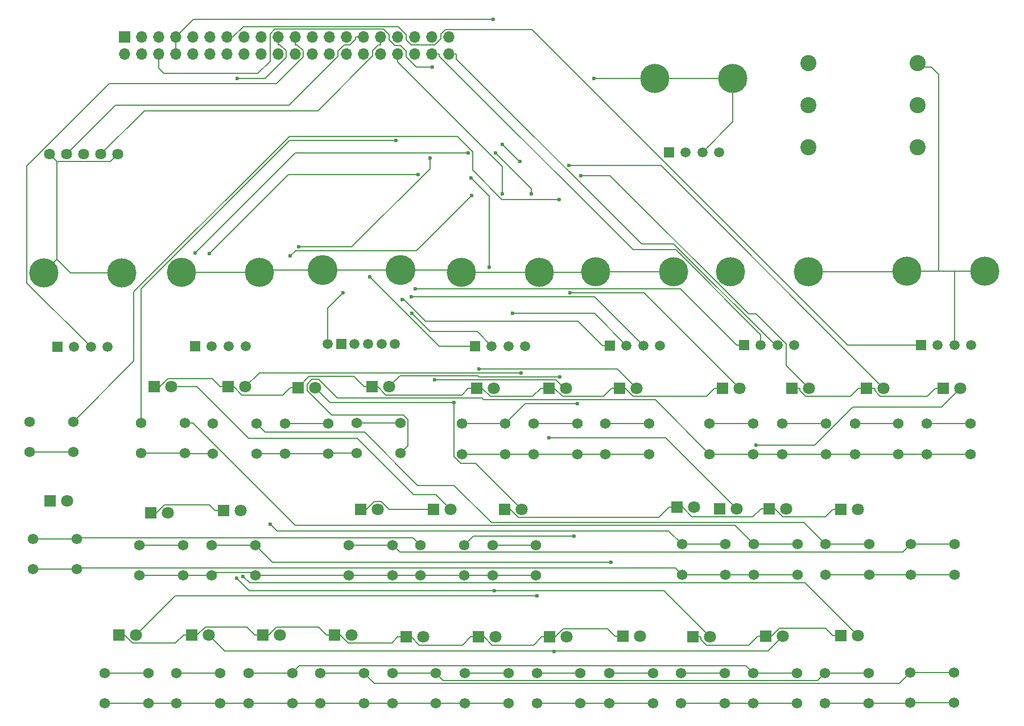
<source format=gtl>
G04 #@! TF.GenerationSoftware,KiCad,Pcbnew,8.0.2*
G04 #@! TF.CreationDate,2024-10-15T19:39:21+09:00*
G04 #@! TF.ProjectId,frontPanel,66726f6e-7450-4616-9e65-6c2e6b696361,rev?*
G04 #@! TF.SameCoordinates,Original*
G04 #@! TF.FileFunction,Copper,L1,Top*
G04 #@! TF.FilePolarity,Positive*
%FSLAX46Y46*%
G04 Gerber Fmt 4.6, Leading zero omitted, Abs format (unit mm)*
G04 Created by KiCad (PCBNEW 8.0.2) date 2024-10-15 19:39:21*
%MOMM*%
%LPD*%
G01*
G04 APERTURE LIST*
G04 #@! TA.AperFunction,ComponentPad*
%ADD10R,1.500000X1.500000*%
G04 #@! TD*
G04 #@! TA.AperFunction,ComponentPad*
%ADD11C,1.500000*%
G04 #@! TD*
G04 #@! TA.AperFunction,ComponentPad*
%ADD12C,4.350000*%
G04 #@! TD*
G04 #@! TA.AperFunction,ComponentPad*
%ADD13C,1.575000*%
G04 #@! TD*
G04 #@! TA.AperFunction,ComponentPad*
%ADD14R,1.800000X1.800000*%
G04 #@! TD*
G04 #@! TA.AperFunction,ComponentPad*
%ADD15C,1.800000*%
G04 #@! TD*
G04 #@! TA.AperFunction,ComponentPad*
%ADD16C,2.400000*%
G04 #@! TD*
G04 #@! TA.AperFunction,ComponentPad*
%ADD17C,1.635000*%
G04 #@! TD*
G04 #@! TA.AperFunction,ComponentPad*
%ADD18C,4.455000*%
G04 #@! TD*
G04 #@! TA.AperFunction,ComponentPad*
%ADD19R,1.700000X1.700000*%
G04 #@! TD*
G04 #@! TA.AperFunction,ComponentPad*
%ADD20O,1.700000X1.700000*%
G04 #@! TD*
G04 #@! TA.AperFunction,ViaPad*
%ADD21C,0.600000*%
G04 #@! TD*
G04 #@! TA.AperFunction,Conductor*
%ADD22C,0.200000*%
G04 #@! TD*
G04 APERTURE END LIST*
D10*
X89100000Y-74575000D03*
D11*
X91600000Y-74575000D03*
X94100000Y-74575000D03*
X96600000Y-74575000D03*
D12*
X87050000Y-63575000D03*
X98650000Y-63575000D03*
D13*
X162831000Y-90650000D03*
X156331000Y-90650000D03*
X162831000Y-86150000D03*
X156331000Y-86150000D03*
X94100000Y-127800000D03*
X87600000Y-127800000D03*
X94100000Y-123300000D03*
X87600000Y-123300000D03*
D10*
X26950000Y-74700000D03*
D11*
X29450000Y-74700000D03*
X31950000Y-74700000D03*
X34450000Y-74700000D03*
D12*
X24900000Y-63700000D03*
X36500000Y-63700000D03*
D13*
X104331000Y-90650000D03*
X97831000Y-90650000D03*
X104331000Y-86150000D03*
X97831000Y-86150000D03*
D14*
X100096000Y-80850000D03*
D15*
X102636000Y-80850000D03*
D14*
X72091000Y-98900000D03*
D15*
X74631000Y-98900000D03*
D14*
X40831000Y-99400000D03*
D15*
X43371000Y-99400000D03*
D13*
X130531000Y-90650000D03*
X124031000Y-90650000D03*
X130531000Y-86150000D03*
X124031000Y-86150000D03*
X98200000Y-108700000D03*
X91700000Y-108700000D03*
X98200000Y-104200000D03*
X91700000Y-104200000D03*
X29331000Y-90350000D03*
X22831000Y-90350000D03*
X29331000Y-85850000D03*
X22831000Y-85850000D03*
X126300000Y-127800000D03*
X119800000Y-127800000D03*
X126300000Y-123300000D03*
X119800000Y-123300000D03*
D14*
X46925000Y-117600000D03*
D15*
X49465000Y-117600000D03*
D14*
X52391000Y-80650000D03*
D15*
X54931000Y-80650000D03*
D14*
X36100000Y-117600000D03*
D15*
X38640000Y-117600000D03*
D16*
X155000000Y-38700000D03*
X138700000Y-38700000D03*
X155000000Y-32400000D03*
X138700000Y-32400000D03*
X155000000Y-45000000D03*
X138700000Y-45000000D03*
D13*
X152131000Y-90650000D03*
X145631000Y-90650000D03*
X152131000Y-86150000D03*
X145631000Y-86150000D03*
X141331000Y-90650000D03*
X134831000Y-90650000D03*
X141331000Y-86150000D03*
X134831000Y-86150000D03*
D14*
X132360000Y-117800000D03*
D15*
X134900000Y-117800000D03*
D13*
X56600000Y-90600000D03*
X50100000Y-90600000D03*
X56600000Y-86100000D03*
X50100000Y-86100000D03*
X87500000Y-108700000D03*
X81000000Y-108700000D03*
X87500000Y-104200000D03*
X81000000Y-104200000D03*
D10*
X155450000Y-74400000D03*
D11*
X157950000Y-74400000D03*
X160450000Y-74400000D03*
X162950000Y-74400000D03*
D12*
X153400000Y-63400000D03*
X165000000Y-63400000D03*
D14*
X143560000Y-117700000D03*
D15*
X146100000Y-117700000D03*
D14*
X82956000Y-98900000D03*
D15*
X85496000Y-98900000D03*
D13*
X45700000Y-108700000D03*
X39200000Y-108700000D03*
X45700000Y-104200000D03*
X39200000Y-104200000D03*
D14*
X78825000Y-117900000D03*
D15*
X81365000Y-117900000D03*
D10*
X117950000Y-45700000D03*
D11*
X120450000Y-45700000D03*
X122950000Y-45700000D03*
X125450000Y-45700000D03*
D12*
X115900000Y-34700000D03*
X127500000Y-34700000D03*
D14*
X147391000Y-80850000D03*
D15*
X149931000Y-80850000D03*
D14*
X158831000Y-80850000D03*
D15*
X161371000Y-80850000D03*
D14*
X89331000Y-80850000D03*
D15*
X91871000Y-80850000D03*
D14*
X41391000Y-80650000D03*
D15*
X43931000Y-80650000D03*
D14*
X100225000Y-117900000D03*
D15*
X102765000Y-117900000D03*
D13*
X29835000Y-107800000D03*
X23335000Y-107800000D03*
X29835000Y-103300000D03*
X23335000Y-103300000D03*
X160400000Y-127700000D03*
X153900000Y-127700000D03*
X160400000Y-123200000D03*
X153900000Y-123200000D03*
X147700000Y-127800000D03*
X141200000Y-127800000D03*
X147700000Y-123300000D03*
X141200000Y-123300000D03*
X61900000Y-127790000D03*
X55400000Y-127790000D03*
X61900000Y-123290000D03*
X55400000Y-123290000D03*
D14*
X110631000Y-80850000D03*
D15*
X113171000Y-80850000D03*
D13*
X126400000Y-108600000D03*
X119900000Y-108600000D03*
X126400000Y-104100000D03*
X119900000Y-104100000D03*
X45931000Y-90550000D03*
X39431000Y-90550000D03*
X45931000Y-86050000D03*
X39431000Y-86050000D03*
D14*
X73791000Y-80650000D03*
D15*
X76331000Y-80650000D03*
D14*
X119156000Y-98600000D03*
D15*
X121696000Y-98600000D03*
D17*
X28340000Y-46000000D03*
X30880000Y-46000000D03*
X33420000Y-46000000D03*
X25800000Y-46000000D03*
X35960000Y-46000000D03*
D14*
X57560000Y-117600000D03*
D15*
X60100000Y-117600000D03*
D14*
X132891000Y-98800000D03*
D15*
X135431000Y-98800000D03*
D10*
X129150000Y-74475000D03*
D11*
X131650000Y-74475000D03*
X134150000Y-74475000D03*
X136650000Y-74475000D03*
D12*
X127100000Y-63475000D03*
X138700000Y-63475000D03*
D10*
X47450000Y-74600000D03*
D11*
X49950000Y-74600000D03*
X52450000Y-74600000D03*
X54950000Y-74600000D03*
D12*
X45400000Y-63600000D03*
X57000000Y-63600000D03*
D13*
X56431000Y-108700000D03*
X49931000Y-108700000D03*
X56431000Y-104200000D03*
X49931000Y-104200000D03*
X83300000Y-127800000D03*
X76800000Y-127800000D03*
X83300000Y-123300000D03*
X76800000Y-123300000D03*
X67300000Y-90600000D03*
X60800000Y-90600000D03*
X67300000Y-86100000D03*
X60800000Y-86100000D03*
D14*
X121560000Y-117900000D03*
D15*
X124100000Y-117900000D03*
D10*
X109150000Y-74500000D03*
D11*
X111650000Y-74500000D03*
X114150000Y-74500000D03*
X116650000Y-74500000D03*
D12*
X107100000Y-63500000D03*
X118700000Y-63500000D03*
D14*
X25860000Y-97600000D03*
D15*
X28400000Y-97600000D03*
D13*
X78031000Y-90550000D03*
X71531000Y-90550000D03*
X78031000Y-86050000D03*
X71531000Y-86050000D03*
D14*
X143556000Y-98900000D03*
D15*
X146096000Y-98900000D03*
D14*
X125956000Y-80850000D03*
D15*
X128496000Y-80850000D03*
D14*
X125531000Y-98800000D03*
D15*
X128071000Y-98800000D03*
D13*
X93631000Y-90650000D03*
X87131000Y-90650000D03*
X93631000Y-86150000D03*
X87131000Y-86150000D03*
X76800000Y-108700000D03*
X70300000Y-108700000D03*
X76800000Y-104200000D03*
X70300000Y-104200000D03*
D14*
X89625000Y-117900000D03*
D15*
X92165000Y-117900000D03*
D14*
X136256000Y-80850000D03*
D15*
X138796000Y-80850000D03*
D14*
X62791000Y-80750000D03*
D15*
X65331000Y-80750000D03*
D13*
X72600000Y-127800000D03*
X66100000Y-127800000D03*
X72600000Y-123300000D03*
X66100000Y-123300000D03*
X40480000Y-127790000D03*
X33980000Y-127790000D03*
X40480000Y-123290000D03*
X33980000Y-123290000D03*
D10*
X69200000Y-74300000D03*
D11*
X67200000Y-74300000D03*
X77200000Y-74300000D03*
X71200000Y-74300000D03*
X73200000Y-74300000D03*
X75200000Y-74300000D03*
D18*
X66400000Y-63300000D03*
X78000000Y-63300000D03*
D13*
X115600000Y-127800000D03*
X109100000Y-127800000D03*
X115600000Y-123300000D03*
X109100000Y-123300000D03*
X137000000Y-127800000D03*
X130500000Y-127800000D03*
X137000000Y-123300000D03*
X130500000Y-123300000D03*
D14*
X111125000Y-117800000D03*
D15*
X113665000Y-117800000D03*
D13*
X137100000Y-108600000D03*
X130600000Y-108600000D03*
X137100000Y-104100000D03*
X130600000Y-104100000D03*
D14*
X68225000Y-117600000D03*
D15*
X70765000Y-117600000D03*
D13*
X115031000Y-90650000D03*
X108531000Y-90650000D03*
X115031000Y-86150000D03*
X108531000Y-86150000D03*
X51200000Y-127790000D03*
X44700000Y-127790000D03*
X51200000Y-123290000D03*
X44700000Y-123290000D03*
X160500000Y-108600000D03*
X154000000Y-108600000D03*
X160500000Y-104100000D03*
X154000000Y-104100000D03*
X147800000Y-108600000D03*
X141300000Y-108600000D03*
X147800000Y-104100000D03*
X141300000Y-104100000D03*
D14*
X51656000Y-99100000D03*
D15*
X54196000Y-99100000D03*
D19*
X36940000Y-28560000D03*
D20*
X36940000Y-31100000D03*
X39480000Y-28560000D03*
X39480000Y-31100000D03*
X42020000Y-28560000D03*
X42020000Y-31100000D03*
X44560000Y-28560000D03*
X44560000Y-31100000D03*
X47100000Y-28560000D03*
X47100000Y-31100000D03*
X49640000Y-28560000D03*
X49640000Y-31100000D03*
X52180000Y-28560000D03*
X52180000Y-31100000D03*
X54720000Y-28560000D03*
X54720000Y-31100000D03*
X57260000Y-28560000D03*
X57260000Y-31100000D03*
X59800000Y-28560000D03*
X59800000Y-31100000D03*
X62340000Y-28560000D03*
X62340000Y-31100000D03*
X64880000Y-28560000D03*
X64880000Y-31100000D03*
X67420000Y-28560000D03*
X67420000Y-31100000D03*
X69960000Y-28560000D03*
X69960000Y-31100000D03*
X72500000Y-28560000D03*
X72500000Y-31100000D03*
X75040000Y-28560000D03*
X75040000Y-31100000D03*
X77580000Y-28560000D03*
X77580000Y-31100000D03*
X80120000Y-28560000D03*
X80120000Y-31100000D03*
X82660000Y-28560000D03*
X82660000Y-31100000D03*
X85200000Y-28560000D03*
X85200000Y-31100000D03*
D14*
X93556000Y-98900000D03*
D15*
X96096000Y-98900000D03*
D13*
X104800000Y-127800000D03*
X98300000Y-127800000D03*
X104800000Y-123300000D03*
X98300000Y-123300000D03*
D21*
X91800000Y-25900000D03*
X106800000Y-34700000D03*
X100104000Y-88231200D03*
X95803700Y-47109300D03*
X93192200Y-44556500D03*
X98359400Y-111780300D03*
X92019200Y-110991800D03*
X53648000Y-109157400D03*
X97460500Y-51913800D03*
X92158600Y-45823600D03*
X100890300Y-120065200D03*
X62841900Y-59817200D03*
X82381000Y-46551500D03*
X54608600Y-108892900D03*
X88078800Y-45835800D03*
X47492300Y-60685200D03*
X83076200Y-79639500D03*
X88494900Y-49538600D03*
X91217100Y-62863700D03*
X89742600Y-77974900D03*
X95938700Y-78589000D03*
X61634900Y-61185600D03*
X88606700Y-52169300D03*
X85961100Y-82945500D03*
X101734300Y-79203200D03*
X103283000Y-66652500D03*
X104839600Y-49197600D03*
X103069600Y-47683300D03*
X130897100Y-89350000D03*
X93165500Y-51876800D03*
X79716700Y-69665000D03*
X82729400Y-33049200D03*
X94702900Y-69699900D03*
X79656900Y-67235100D03*
X80185200Y-66069900D03*
X53751000Y-34724900D03*
X73486100Y-64303200D03*
X78304700Y-67654800D03*
X69460000Y-66683300D03*
X77329500Y-43963000D03*
X80614800Y-49012100D03*
X49600500Y-60775500D03*
X58637000Y-101103900D03*
X109317600Y-106751800D03*
X103835400Y-102882600D03*
X101656400Y-52725000D03*
X104347600Y-83177000D03*
D22*
X47220000Y-25900000D02*
X91800000Y-25900000D01*
X115900000Y-34700000D02*
X127500000Y-34700000D01*
X106800000Y-34700000D02*
X115900000Y-34700000D01*
X44560000Y-28560000D02*
X47220000Y-25900000D01*
X127500000Y-41150000D02*
X122950000Y-45700000D01*
X127500000Y-34700000D02*
X127500000Y-41150000D01*
X44560000Y-31100000D02*
X44560000Y-28560000D01*
X147391000Y-80850000D02*
X146189300Y-80850000D01*
X112658800Y-82051700D02*
X111457100Y-80850000D01*
X147391000Y-80850000D02*
X148592700Y-80850000D01*
X100922100Y-80850000D02*
X100096000Y-80850000D01*
X134387800Y-116598300D02*
X133186100Y-117800000D01*
X61589300Y-80750000D02*
X60487600Y-81851700D01*
X144987600Y-82051700D02*
X146189300Y-80850000D01*
X42217200Y-80650000D02*
X43418900Y-79448300D01*
X123592700Y-119106500D02*
X122761700Y-118275500D01*
X141256600Y-116598300D02*
X134387800Y-116598300D01*
X43418900Y-79448300D02*
X49987600Y-79448300D01*
X109429300Y-80850000D02*
X108227600Y-82051700D01*
X143560000Y-117700000D02*
X142358300Y-117700000D01*
X122761700Y-118275500D02*
X122761700Y-117900000D01*
X41391000Y-80650000D02*
X42217200Y-80650000D01*
X108227600Y-82051700D02*
X102123800Y-82051700D01*
X149418800Y-82051700D02*
X148592700Y-81225600D01*
X157629300Y-80850000D02*
X156427600Y-82051700D01*
X125956000Y-80850000D02*
X124754300Y-80850000D01*
X111457100Y-80850000D02*
X110631000Y-80850000D01*
X89331000Y-80850000D02*
X88129300Y-80850000D01*
X148592700Y-81225600D02*
X148592700Y-80850000D01*
X97692600Y-82051700D02*
X98894300Y-80850000D01*
X142358300Y-117700000D02*
X141256600Y-116598300D01*
X98894300Y-80850000D02*
X100096000Y-80850000D01*
X60487600Y-81851700D02*
X54418800Y-81851700D01*
X133186100Y-117800000D02*
X132360000Y-117800000D01*
X138283900Y-82051700D02*
X144987600Y-82051700D01*
X91358900Y-82051700D02*
X97692600Y-82051700D01*
X64430500Y-79110500D02*
X62791000Y-80750000D01*
X156427600Y-82051700D02*
X149418800Y-82051700D01*
X136256000Y-80850000D02*
X137457700Y-80850000D01*
X137457700Y-81225500D02*
X138283900Y-82051700D01*
X53217100Y-80650000D02*
X52391000Y-80650000D01*
X124754300Y-80850000D02*
X123552600Y-82051700D01*
X62791000Y-80750000D02*
X61589300Y-80750000D01*
X54418800Y-81851700D02*
X53217100Y-80650000D01*
X121560000Y-117900000D02*
X122761700Y-117900000D01*
X137457700Y-80850000D02*
X137457700Y-81225500D01*
X74617100Y-80650000D02*
X73791000Y-80650000D01*
X102123800Y-82051700D02*
X100922100Y-80850000D01*
X110631000Y-80850000D02*
X109429300Y-80850000D01*
X72589300Y-80650000D02*
X71049800Y-79110500D01*
X90157200Y-80850000D02*
X91358900Y-82051700D01*
X87127600Y-81851700D02*
X75818800Y-81851700D01*
X49987600Y-79448300D02*
X51189300Y-80650000D01*
X75818800Y-81851700D02*
X74617100Y-80650000D01*
X131158300Y-117800000D02*
X129851800Y-119106500D01*
X158831000Y-80850000D02*
X157629300Y-80850000D01*
X71049800Y-79110500D02*
X64430500Y-79110500D01*
X123552600Y-82051700D02*
X112658800Y-82051700D01*
X89331000Y-80850000D02*
X90157200Y-80850000D01*
X51189300Y-80650000D02*
X52391000Y-80650000D01*
X132360000Y-117800000D02*
X131158300Y-117800000D01*
X73791000Y-80650000D02*
X72589300Y-80650000D01*
X88129300Y-80850000D02*
X87127600Y-81851700D01*
X129851800Y-119106500D02*
X123592700Y-119106500D01*
X56011600Y-108280600D02*
X50350400Y-108280600D01*
X87500000Y-108700000D02*
X91700000Y-108700000D01*
X33980000Y-127790000D02*
X40480000Y-127790000D01*
X61900000Y-127790000D02*
X55400000Y-127790000D01*
X81000000Y-108700000D02*
X76800000Y-108700000D01*
X49931000Y-108700000D02*
X45700000Y-108700000D01*
X87500000Y-108700000D02*
X81000000Y-108700000D01*
X56431000Y-108700000D02*
X56011600Y-108280600D01*
X61910000Y-127800000D02*
X61900000Y-127790000D01*
X91700000Y-108700000D02*
X98200000Y-108700000D01*
X104800000Y-127800000D02*
X98300000Y-127800000D01*
X66100000Y-127800000D02*
X61910000Y-127800000D01*
X83300000Y-127800000D02*
X76800000Y-127800000D01*
X76800000Y-108700000D02*
X70300000Y-108700000D01*
X109100000Y-127800000D02*
X104800000Y-127800000D01*
X70300000Y-108700000D02*
X56431000Y-108700000D01*
X115600000Y-127800000D02*
X109100000Y-127800000D01*
X87600000Y-127800000D02*
X83300000Y-127800000D01*
X50350400Y-108280600D02*
X49931000Y-108700000D01*
X44700000Y-127790000D02*
X51200000Y-127790000D01*
X72600000Y-127800000D02*
X66100000Y-127800000D01*
X76800000Y-127800000D02*
X72600000Y-127800000D01*
X40480000Y-127790000D02*
X44700000Y-127790000D01*
X87600000Y-127800000D02*
X94100000Y-127800000D01*
X39200000Y-108700000D02*
X45700000Y-108700000D01*
X51200000Y-127790000D02*
X55400000Y-127790000D01*
X137000000Y-127800000D02*
X130500000Y-127800000D01*
X130500000Y-127800000D02*
X126300000Y-127800000D01*
X160500000Y-108600000D02*
X154000000Y-108600000D01*
X97831000Y-90650000D02*
X104331000Y-90650000D01*
X147700000Y-127800000D02*
X141200000Y-127800000D01*
X130600000Y-108600000D02*
X126400000Y-108600000D01*
X29835000Y-107800000D02*
X23335000Y-107800000D01*
X119900000Y-108600000D02*
X126400000Y-108600000D01*
X137100000Y-108600000D02*
X130600000Y-108600000D01*
X153900000Y-127700000D02*
X153800000Y-127800000D01*
X22831000Y-90350000D02*
X29331000Y-90350000D01*
X108531000Y-90650000D02*
X104331000Y-90650000D01*
X29835000Y-107800000D02*
X30041200Y-107593800D01*
X160400000Y-127700000D02*
X153900000Y-127700000D01*
X119800000Y-127800000D02*
X126300000Y-127800000D01*
X87131000Y-90650000D02*
X93631000Y-90650000D01*
X153800000Y-127800000D02*
X147700000Y-127800000D01*
X118893800Y-107593800D02*
X119900000Y-108600000D01*
X30041200Y-107593800D02*
X118893800Y-107593800D01*
X147800000Y-108600000D02*
X141300000Y-108600000D01*
X154000000Y-108600000D02*
X147800000Y-108600000D01*
X115031000Y-90650000D02*
X108531000Y-90650000D01*
X93631000Y-90650000D02*
X97831000Y-90650000D01*
X141331000Y-90650000D02*
X145631000Y-90650000D01*
X141331000Y-90650000D02*
X134831000Y-90650000D01*
X78031000Y-90550000D02*
X79126900Y-89454100D01*
X64129300Y-81247700D02*
X64129300Y-80252300D01*
X68624300Y-82343800D02*
X90153200Y-82343800D01*
X152131000Y-90650000D02*
X156331000Y-90650000D01*
X90153200Y-82343800D02*
X90384500Y-82575100D01*
X78431800Y-84853000D02*
X67734600Y-84853000D01*
X64833300Y-79548300D02*
X65828800Y-79548300D01*
X79126900Y-89454100D02*
X79126900Y-85548100D01*
X90384500Y-82575100D02*
X115956100Y-82575100D01*
X71531000Y-90550000D02*
X67350000Y-90550000D01*
X67734600Y-84853000D02*
X64129300Y-81247700D01*
X145631000Y-90650000D02*
X152131000Y-90650000D01*
X115956100Y-82575100D02*
X124031000Y-90650000D01*
X79126900Y-85548100D02*
X78431800Y-84853000D01*
X67300000Y-90600000D02*
X60800000Y-90600000D01*
X64129300Y-80252300D02*
X64833300Y-79548300D01*
X60800000Y-90600000D02*
X56600000Y-90600000D01*
X134831000Y-90650000D02*
X130531000Y-90650000D01*
X156331000Y-90650000D02*
X162831000Y-90650000D01*
X45981000Y-90600000D02*
X45931000Y-90550000D01*
X39431000Y-90550000D02*
X45931000Y-90550000D01*
X65828800Y-79548300D02*
X68624300Y-82343800D01*
X124031000Y-90650000D02*
X130531000Y-90650000D01*
X67350000Y-90550000D02*
X67300000Y-90600000D01*
X50100000Y-90600000D02*
X45981000Y-90600000D01*
X98359400Y-111780300D02*
X44459700Y-111780300D01*
X44459700Y-111780300D02*
X38640000Y-117600000D01*
X128071000Y-98800000D02*
X117502200Y-88231200D01*
X93192200Y-44556500D02*
X95745000Y-47109300D01*
X117502200Y-88231200D02*
X100104000Y-88231200D01*
X95745000Y-47109300D02*
X95803700Y-47109300D01*
X142354300Y-98900000D02*
X141252600Y-100001700D01*
X89625000Y-117900000D02*
X90451200Y-117900000D01*
X130462700Y-100026600D02*
X121408800Y-100026600D01*
X69051100Y-117600000D02*
X68225000Y-117600000D01*
X119156000Y-98600000D02*
X117954300Y-98600000D01*
X58386100Y-117600000D02*
X57560000Y-117600000D01*
X76330400Y-98899900D02*
X75128800Y-97698300D01*
X72931600Y-98900000D02*
X72091000Y-98900000D01*
X77623300Y-117900000D02*
X76721600Y-118801700D01*
X41657100Y-99400000D02*
X40831000Y-99400000D01*
X88423300Y-117900000D02*
X87221600Y-119101700D01*
X55156600Y-116398300D02*
X48952800Y-116398300D01*
X70252800Y-118801700D02*
X69051100Y-117600000D01*
X36100000Y-117600000D02*
X36926200Y-117600000D01*
X59587800Y-116398300D02*
X58386100Y-117600000D01*
X57560000Y-117600000D02*
X56358300Y-117600000D01*
X48952800Y-116398300D02*
X47751100Y-117600000D01*
X76721600Y-118801700D02*
X70252800Y-118801700D01*
X67023300Y-117600000D02*
X65821600Y-116398300D01*
X117954300Y-98600000D02*
X116452600Y-100101700D01*
X132891000Y-98800000D02*
X131689300Y-98800000D01*
X95583800Y-100101700D02*
X94382100Y-98900000D01*
X75128800Y-97698300D02*
X74133300Y-97698300D01*
X65821600Y-116398300D02*
X59587800Y-116398300D01*
X121408800Y-100026600D02*
X119982200Y-98600000D01*
X101051100Y-117900000D02*
X102252800Y-116698300D01*
X91652900Y-119101700D02*
X97821600Y-119101700D01*
X143556000Y-98900000D02*
X142354300Y-98900000D01*
X80852800Y-119101700D02*
X79651100Y-117900000D01*
X79651100Y-117900000D02*
X78825000Y-117900000D01*
X94382100Y-98900000D02*
X93556000Y-98900000D01*
X99023300Y-117900000D02*
X100225000Y-117900000D01*
X134918800Y-100001700D02*
X133717100Y-98800000D01*
X36926200Y-117600000D02*
X38127900Y-118801700D01*
X102252800Y-116698300D02*
X108821600Y-116698300D01*
X97821600Y-119101700D02*
X99023300Y-117900000D01*
X50454300Y-99100000D02*
X49552600Y-98198300D01*
X68225000Y-117600000D02*
X67023300Y-117600000D01*
X131689300Y-98800000D02*
X130462700Y-100026600D01*
X87221600Y-119101700D02*
X80852800Y-119101700D01*
X76330400Y-98900000D02*
X76330400Y-98899900D01*
X89625000Y-117900000D02*
X88423300Y-117900000D01*
X119982200Y-98600000D02*
X119156000Y-98600000D01*
X116452600Y-100101700D02*
X95583800Y-100101700D01*
X74133300Y-97698300D02*
X72931600Y-98900000D01*
X141252600Y-100001700D02*
X134918800Y-100001700D01*
X78825000Y-117900000D02*
X77623300Y-117900000D01*
X47751100Y-117600000D02*
X46925000Y-117600000D01*
X82956000Y-98900000D02*
X76330400Y-98900000D01*
X56358300Y-117600000D02*
X55156600Y-116398300D01*
X45723300Y-117600000D02*
X46925000Y-117600000D01*
X90451200Y-117900000D02*
X91652900Y-119101700D01*
X100225000Y-117900000D02*
X101051100Y-117900000D01*
X133717100Y-98800000D02*
X132891000Y-98800000D01*
X49552600Y-98198300D02*
X42858800Y-98198300D01*
X44521600Y-118801700D02*
X45723300Y-117600000D01*
X109923300Y-117800000D02*
X111125000Y-117800000D01*
X38127900Y-118801700D02*
X44521600Y-118801700D01*
X42858800Y-98198300D02*
X41657100Y-99400000D01*
X108821600Y-116698300D02*
X109923300Y-117800000D01*
X51656000Y-99100000D02*
X50454300Y-99100000D01*
X55482400Y-110991800D02*
X53648000Y-109157400D01*
X117191800Y-110991800D02*
X124100000Y-117900000D01*
X92019200Y-110991800D02*
X55482400Y-110991800D01*
X92019200Y-110991800D02*
X117191800Y-110991800D01*
X49465000Y-117600000D02*
X51832400Y-119967400D01*
X100890300Y-119967400D02*
X100890300Y-120065200D01*
X97460500Y-51125500D02*
X97460500Y-51913800D01*
X132732600Y-119967400D02*
X134900000Y-117800000D01*
X92158600Y-45823600D02*
X97460500Y-51125500D01*
X51832400Y-119967400D02*
X100890300Y-119967400D01*
X100890300Y-119967400D02*
X132732600Y-119967400D01*
X55564100Y-109848400D02*
X138248400Y-109848400D01*
X82381000Y-46551500D02*
X82381000Y-48184900D01*
X82381000Y-48184900D02*
X70748700Y-59817200D01*
X54608600Y-108892900D02*
X55564100Y-109848400D01*
X138248400Y-109848400D02*
X146100000Y-117700000D01*
X70748700Y-59817200D02*
X62841900Y-59817200D01*
X47492300Y-60685200D02*
X62341700Y-45835800D01*
X62341700Y-45835800D02*
X88078800Y-45835800D01*
X83076200Y-79639500D02*
X101161100Y-79639500D01*
X101161100Y-79639500D02*
X102371600Y-80850000D01*
X102371600Y-80850000D02*
X102636000Y-80850000D01*
X113171000Y-80850000D02*
X110295900Y-77974900D01*
X91217100Y-52260800D02*
X91217100Y-62863700D01*
X88494900Y-49538600D02*
X91217100Y-52260800D01*
X110295900Y-77974900D02*
X89742600Y-77974900D01*
X55376700Y-88350000D02*
X47676700Y-80650000D01*
X47676700Y-80650000D02*
X43931000Y-80650000D01*
X85496000Y-98900000D02*
X83284900Y-96688900D01*
X79942200Y-96688900D02*
X71603300Y-88350000D01*
X71603300Y-88350000D02*
X55376700Y-88350000D01*
X83284900Y-96688900D02*
X79942200Y-96688900D01*
X62401500Y-60419000D02*
X61634900Y-61185600D01*
X88606700Y-52169300D02*
X80357000Y-60419000D01*
X56992000Y-78589000D02*
X95938700Y-78589000D01*
X80357000Y-60419000D02*
X62401500Y-60419000D01*
X54931000Y-80650000D02*
X56992000Y-78589000D01*
X85961100Y-91028600D02*
X86955900Y-92023400D01*
X89219400Y-92023400D02*
X96096000Y-98900000D01*
X85961100Y-82945500D02*
X67526500Y-82945500D01*
X85961100Y-82945500D02*
X85961100Y-91028600D01*
X67526500Y-82945500D02*
X65331000Y-80750000D01*
X86955900Y-92023400D02*
X89219400Y-92023400D01*
X89705800Y-79203200D02*
X101734300Y-79203200D01*
X77943200Y-79037800D02*
X89540400Y-79037800D01*
X76331000Y-80650000D02*
X77943200Y-79037800D01*
X89540400Y-79037800D02*
X89705800Y-79203200D01*
X114298500Y-66652500D02*
X128496000Y-80850000D01*
X103283000Y-66652500D02*
X114298500Y-66652500D01*
X130958800Y-69785000D02*
X129802000Y-69785000D01*
X129802000Y-69785000D02*
X109214600Y-49197600D01*
X138796000Y-80850000D02*
X135400000Y-77454000D01*
X109214600Y-49197600D02*
X104839600Y-49197600D01*
X135400000Y-77454000D02*
X135400000Y-74226200D01*
X135400000Y-74226200D02*
X130958800Y-69785000D01*
X116764300Y-47683300D02*
X149931000Y-80850000D01*
X103069600Y-47683300D02*
X116764300Y-47683300D01*
X145361600Y-83663000D02*
X158558000Y-83663000D01*
X130897100Y-89350000D02*
X139674600Y-89350000D01*
X158558000Y-83663000D02*
X161371000Y-80850000D01*
X139674600Y-89350000D02*
X145361600Y-83663000D01*
X155600000Y-33000000D02*
X155000000Y-32400000D01*
X28938400Y-63700000D02*
X26919200Y-61680800D01*
X160450000Y-63400000D02*
X158115600Y-63400000D01*
X57000000Y-63600000D02*
X57300000Y-63300000D01*
X138700000Y-63475000D02*
X153325000Y-63475000D01*
X78000000Y-63300000D02*
X86775000Y-63300000D01*
X165000000Y-63400000D02*
X160450000Y-63400000D01*
X87050000Y-63575000D02*
X98650000Y-63575000D01*
X35960000Y-46000000D02*
X34840800Y-47119200D01*
X160450000Y-63400000D02*
X160450000Y-74400000D01*
X153325000Y-63475000D02*
X153400000Y-63400000D01*
X158115600Y-63400000D02*
X153400000Y-63400000D01*
X66400000Y-63300000D02*
X78000000Y-63300000D01*
X158115600Y-63400000D02*
X158115600Y-34115600D01*
X86775000Y-63300000D02*
X87050000Y-63575000D01*
X34840800Y-47119200D02*
X26919200Y-47119200D01*
X26919200Y-47119200D02*
X26919200Y-61680800D01*
X107100000Y-63500000D02*
X118700000Y-63500000D01*
X45400000Y-63600000D02*
X57000000Y-63600000D01*
X26919200Y-61680800D02*
X24900000Y-63700000D01*
X26919200Y-47119200D02*
X25800000Y-46000000D01*
X36500000Y-63700000D02*
X28938400Y-63700000D01*
X57300000Y-63300000D02*
X66400000Y-63300000D01*
X157000000Y-33000000D02*
X155600000Y-33000000D01*
X98650000Y-63575000D02*
X107025000Y-63575000D01*
X107025000Y-63575000D02*
X107100000Y-63500000D01*
X158115600Y-34115600D02*
X157000000Y-33000000D01*
X77580000Y-31100000D02*
X77580000Y-32251700D01*
X93165500Y-47837200D02*
X77580000Y-32251700D01*
X93165500Y-51876800D02*
X93165500Y-47837200D01*
X82450200Y-72398500D02*
X79716700Y-69665000D01*
X91600000Y-74575000D02*
X89423500Y-72398500D01*
X89423500Y-72398500D02*
X82450200Y-72398500D01*
X83141800Y-29720100D02*
X79619400Y-29720100D01*
X79619400Y-29720100D02*
X78850000Y-28950700D01*
X78850000Y-28950700D02*
X78850000Y-28191300D01*
X84048300Y-28813600D02*
X83141800Y-29720100D01*
X84048300Y-28082900D02*
X84048300Y-28813600D01*
X77651300Y-26992600D02*
X54611200Y-26992600D01*
X144608500Y-74400000D02*
X97616800Y-27408300D01*
X53043800Y-28560000D02*
X52180000Y-28560000D01*
X54611200Y-26992600D02*
X53043800Y-28560000D01*
X84722900Y-27408300D02*
X84048300Y-28082900D01*
X78850000Y-28191300D02*
X77651300Y-26992600D01*
X155450000Y-74400000D02*
X144608500Y-74400000D01*
X97616800Y-27408300D02*
X84722900Y-27408300D01*
X36940000Y-28560000D02*
X37803800Y-28560000D01*
X77998300Y-29830000D02*
X77161600Y-29830000D01*
X78850000Y-31495200D02*
X78850000Y-30681700D01*
X78850000Y-30681700D02*
X77998300Y-29830000D01*
X75517900Y-27402000D02*
X59329100Y-27402000D01*
X58648300Y-28082800D02*
X58648300Y-32151700D01*
X42000000Y-33200000D02*
X42000000Y-31120000D01*
X82729400Y-33049200D02*
X80404000Y-33049200D01*
X76310000Y-28194100D02*
X75517900Y-27402000D01*
X42020000Y-31100000D02*
X42288500Y-30831500D01*
X77161600Y-29830000D02*
X76310000Y-28978400D01*
X80404000Y-33049200D02*
X78850000Y-31495200D01*
X56800000Y-34000000D02*
X42800000Y-34000000D01*
X42000000Y-31120000D02*
X42020000Y-31100000D01*
X58648300Y-32151700D02*
X56800000Y-34000000D01*
X42800000Y-34000000D02*
X42000000Y-33200000D01*
X59329100Y-27402000D02*
X58648300Y-28082800D01*
X76310000Y-28978400D02*
X76310000Y-28194100D01*
X68690000Y-30681600D02*
X68690000Y-31465900D01*
X68690000Y-31465900D02*
X61413200Y-38742700D01*
X61413200Y-38742700D02*
X35597300Y-38742700D01*
X72500000Y-28560000D02*
X71348300Y-28560000D01*
X71348300Y-28848000D02*
X70484600Y-29711700D01*
X71348300Y-28560000D02*
X71348300Y-28848000D01*
X69659900Y-29711700D02*
X68690000Y-30681600D01*
X70484600Y-29711700D02*
X69659900Y-29711700D01*
X35597300Y-38742700D02*
X28340000Y-46000000D01*
X106849900Y-69699900D02*
X94702900Y-69699900D01*
X111650000Y-74500000D02*
X106849900Y-69699900D01*
X85200000Y-31100000D02*
X86351700Y-31100000D01*
X118700400Y-59359200D02*
X133816200Y-74475000D01*
X113894700Y-59359200D02*
X118700400Y-59359200D01*
X86351700Y-31816200D02*
X113894700Y-59359200D01*
X133816200Y-74475000D02*
X134150000Y-74475000D01*
X86351700Y-31100000D02*
X86351700Y-31816200D01*
X22422400Y-47759500D02*
X22422400Y-65172400D01*
X59553800Y-35518300D02*
X34663600Y-35518300D01*
X62627900Y-29711700D02*
X63521900Y-30605700D01*
X63521900Y-30605700D02*
X63521900Y-31550200D01*
X22422400Y-65172400D02*
X31950000Y-74700000D01*
X63521900Y-31550200D02*
X59553800Y-35518300D01*
X62340000Y-29711700D02*
X62627900Y-29711700D01*
X34663600Y-35518300D02*
X22422400Y-47759500D01*
X62340000Y-28560000D02*
X62340000Y-29711700D01*
X79656900Y-67235100D02*
X79676000Y-67254200D01*
X106904200Y-67254200D02*
X114150000Y-74500000D01*
X79676000Y-67254200D02*
X106904200Y-67254200D01*
X129150000Y-74475000D02*
X128098300Y-74475000D01*
X102777300Y-66069900D02*
X80185200Y-66069900D01*
X102796400Y-66050800D02*
X102777300Y-66069900D01*
X119674100Y-66050800D02*
X102796400Y-66050800D01*
X128098300Y-74475000D02*
X119674100Y-66050800D01*
X60973800Y-31589200D02*
X57838100Y-34724900D01*
X60973800Y-30597600D02*
X60973800Y-31589200D01*
X59800000Y-29711700D02*
X60087900Y-29711700D01*
X59800000Y-28560000D02*
X59800000Y-29711700D01*
X60087900Y-29711700D02*
X60973800Y-30597600D01*
X57838100Y-34724900D02*
X53751000Y-34724900D01*
X83757900Y-74575000D02*
X89100000Y-74575000D01*
X73486100Y-64303200D02*
X83757900Y-74575000D01*
X75040000Y-28560000D02*
X75040000Y-29711700D01*
X74752000Y-29711700D02*
X73888300Y-30575400D01*
X65739800Y-39513700D02*
X39906300Y-39513700D01*
X75040000Y-29711700D02*
X74752000Y-29711700D01*
X73888300Y-30575400D02*
X73888300Y-31365200D01*
X39906300Y-39513700D02*
X33420000Y-46000000D01*
X73888300Y-31365200D02*
X65739800Y-39513700D01*
X104473400Y-70875100D02*
X81777700Y-70875100D01*
X78557500Y-67654900D02*
X78304700Y-67654900D01*
X108098300Y-74500000D02*
X104473400Y-70875100D01*
X78304700Y-67654900D02*
X78304700Y-67654800D01*
X109150000Y-74500000D02*
X108098300Y-74500000D01*
X81777700Y-70875100D02*
X78557500Y-67654900D01*
X67200000Y-68943300D02*
X67200000Y-74300000D01*
X69460000Y-66683300D02*
X67200000Y-68943300D01*
X83811700Y-31100000D02*
X83811700Y-31387900D01*
X82660000Y-31100000D02*
X83811700Y-31100000D01*
X131650000Y-72912100D02*
X131650000Y-74475000D01*
X112674300Y-60250500D02*
X118988400Y-60250500D01*
X118988400Y-60250500D02*
X131650000Y-72912100D01*
X83811700Y-31387900D02*
X112674300Y-60250500D01*
X33980000Y-123290000D02*
X40480000Y-123290000D01*
X127811300Y-101311300D02*
X130600000Y-104100000D01*
X45931000Y-86050000D02*
X47101500Y-86050000D01*
X39431000Y-86050000D02*
X39431000Y-66034100D01*
X47101500Y-86050000D02*
X62362800Y-101311300D01*
X39431000Y-66034100D02*
X61502100Y-43963000D01*
X62362800Y-101311300D02*
X127811300Y-101311300D01*
X130600000Y-104100000D02*
X137100000Y-104100000D01*
X61502100Y-43963000D02*
X77329500Y-43963000D01*
X80556200Y-95307400D02*
X72651000Y-87402200D01*
X86001700Y-95307400D02*
X80556200Y-95307400D01*
X147800000Y-104100000D02*
X141300000Y-104100000D01*
X80614800Y-49012100D02*
X61363900Y-49012100D01*
X91542300Y-100848000D02*
X86001700Y-95307400D01*
X39200000Y-104200000D02*
X45700000Y-104200000D01*
X141300000Y-104100000D02*
X138048000Y-100848000D01*
X61363900Y-49012100D02*
X49600500Y-60775500D01*
X57902200Y-87402200D02*
X56600000Y-86100000D01*
X138048000Y-100848000D02*
X91542300Y-100848000D01*
X72651000Y-87402200D02*
X57902200Y-87402200D01*
X59640000Y-102106900D02*
X117906900Y-102106900D01*
X117906900Y-102106900D02*
X119900000Y-104100000D01*
X58637000Y-101103900D02*
X59640000Y-102106900D01*
X119900000Y-104100000D02*
X126400000Y-104100000D01*
X60800000Y-86100000D02*
X67300000Y-86100000D01*
X44700000Y-123290000D02*
X51200000Y-123290000D01*
X58982800Y-106751800D02*
X109317600Y-106751800D01*
X56431000Y-104200000D02*
X58982800Y-106751800D01*
X119800000Y-123300000D02*
X126300000Y-123300000D01*
X49931000Y-104200000D02*
X56431000Y-104200000D01*
X78031000Y-86050000D02*
X71531000Y-86050000D01*
X129402400Y-122202400D02*
X62987600Y-122202400D01*
X61900000Y-123290000D02*
X55400000Y-123290000D01*
X130500000Y-123300000D02*
X129402400Y-122202400D01*
X130531000Y-86150000D02*
X124031000Y-86150000D01*
X62987600Y-122202400D02*
X61900000Y-123290000D01*
X130500000Y-123300000D02*
X137000000Y-123300000D01*
X152276400Y-124823600D02*
X74123600Y-124823600D01*
X153900000Y-123200000D02*
X160400000Y-123200000D01*
X74123600Y-124823600D02*
X72600000Y-123300000D01*
X134831000Y-86150000D02*
X141331000Y-86150000D01*
X72600000Y-123300000D02*
X66100000Y-123300000D01*
X153900000Y-123200000D02*
X152276400Y-124823600D01*
X70300000Y-104200000D02*
X76800000Y-104200000D01*
X145631000Y-86150000D02*
X152131000Y-86150000D01*
X160500000Y-104100000D02*
X154000000Y-104100000D01*
X77897100Y-105297100D02*
X76800000Y-104200000D01*
X154000000Y-104100000D02*
X152802900Y-105297100D01*
X152802900Y-105297100D02*
X77897100Y-105297100D01*
X83300000Y-123300000D02*
X84405500Y-124405500D01*
X141200000Y-123300000D02*
X147700000Y-123300000D01*
X156331000Y-86150000D02*
X162831000Y-86150000D01*
X76800000Y-123300000D02*
X83300000Y-123300000D01*
X84405500Y-124405500D02*
X140094500Y-124405500D01*
X140094500Y-124405500D02*
X141200000Y-123300000D01*
X79908900Y-103108900D02*
X30026100Y-103108900D01*
X103835400Y-102882600D02*
X88817400Y-102882600D01*
X30026100Y-103108900D02*
X29835000Y-103300000D01*
X81000000Y-104200000D02*
X79908900Y-103108900D01*
X23335000Y-103300000D02*
X29835000Y-103300000D01*
X88817400Y-102882600D02*
X87500000Y-104200000D01*
X38343300Y-76837700D02*
X29331000Y-85850000D01*
X87600000Y-123300000D02*
X94100000Y-123300000D01*
X93128300Y-52725000D02*
X88785800Y-48382500D01*
X88785800Y-48382500D02*
X88785800Y-45669700D01*
X86462700Y-43346600D02*
X61515200Y-43346600D01*
X61515200Y-43346600D02*
X38343300Y-66518500D01*
X38343300Y-66518500D02*
X38343300Y-76837700D01*
X101656400Y-52725000D02*
X93128300Y-52725000D01*
X88785800Y-45669700D02*
X86462700Y-43346600D01*
X93631000Y-86150000D02*
X96604000Y-83177000D01*
X87131000Y-86150000D02*
X93631000Y-86150000D01*
X96604000Y-83177000D02*
X104347600Y-83177000D01*
X91700000Y-104200000D02*
X98200000Y-104200000D01*
X97831000Y-86150000D02*
X104331000Y-86150000D01*
X98300000Y-123300000D02*
X104800000Y-123300000D01*
X109100000Y-123300000D02*
X115600000Y-123300000D01*
X108531000Y-86150000D02*
X115031000Y-86150000D01*
M02*

</source>
